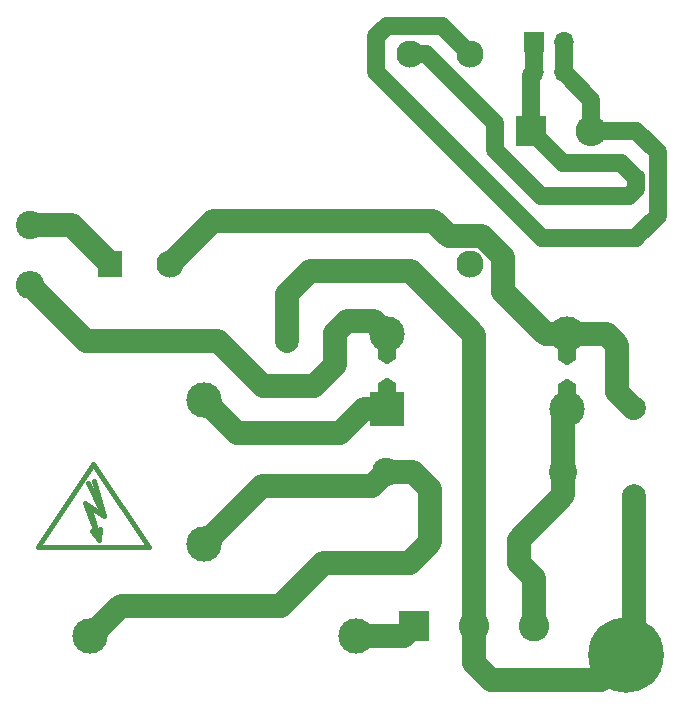
<source format=gbr>
%TF.GenerationSoftware,KiCad,Pcbnew,6.0.4-6f826c9f35~116~ubuntu18.04.1*%
%TF.CreationDate,2022-04-09T00:00:08+02:00*%
%TF.ProjectId,AE01.07.50.100,41453031-2e30-4372-9e35-302e3130302e,V1R0*%
%TF.SameCoordinates,PX9464480PY76a3180*%
%TF.FileFunction,Copper,L2,Bot*%
%TF.FilePolarity,Positive*%
%FSLAX46Y46*%
G04 Gerber Fmt 4.6, Leading zero omitted, Abs format (unit mm)*
G04 Created by KiCad (PCBNEW 6.0.4-6f826c9f35~116~ubuntu18.04.1) date 2022-04-09 00:00:08*
%MOMM*%
%LPD*%
G01*
G04 APERTURE LIST*
G04 Aperture macros list*
%AMFreePoly0*
4,1,6,1.000000,0.000000,0.500000,-0.750000,-0.500000,-0.750000,-0.500000,0.750000,0.500000,0.750000,1.000000,0.000000,1.000000,0.000000,$1*%
G04 Aperture macros list end*
%TA.AperFunction,EtchedComponent*%
%ADD10C,0.381000*%
%TD*%
%TA.AperFunction,ComponentPad*%
%ADD11C,3.000000*%
%TD*%
%TA.AperFunction,ComponentPad*%
%ADD12R,2.600000X2.600000*%
%TD*%
%TA.AperFunction,ComponentPad*%
%ADD13C,2.600000*%
%TD*%
%TA.AperFunction,ComponentPad*%
%ADD14R,3.000000X3.000000*%
%TD*%
%TA.AperFunction,ComponentPad*%
%ADD15C,2.400000*%
%TD*%
%TA.AperFunction,ComponentPad*%
%ADD16C,2.000000*%
%TD*%
%TA.AperFunction,ComponentPad*%
%ADD17R,2.000000X2.300000*%
%TD*%
%TA.AperFunction,ComponentPad*%
%ADD18C,2.300000*%
%TD*%
%TA.AperFunction,ComponentPad*%
%ADD19R,1.700000X1.700000*%
%TD*%
%TA.AperFunction,ComponentPad*%
%ADD20O,1.700000X1.700000*%
%TD*%
%TA.AperFunction,ComponentPad*%
%ADD21R,1.600000X1.600000*%
%TD*%
%TA.AperFunction,ComponentPad*%
%ADD22C,1.600000*%
%TD*%
%TA.AperFunction,ComponentPad*%
%ADD23C,1.800000*%
%TD*%
%TA.AperFunction,ComponentPad*%
%ADD24O,2.400000X2.400000*%
%TD*%
%TA.AperFunction,ComponentPad*%
%ADD25C,0.800000*%
%TD*%
%TA.AperFunction,ComponentPad*%
%ADD26C,6.400000*%
%TD*%
%TA.AperFunction,ComponentPad*%
%ADD27O,2.600000X2.600000*%
%TD*%
%TA.AperFunction,SMDPad,CuDef*%
%ADD28FreePoly0,90.000000*%
%TD*%
%TA.AperFunction,SMDPad,CuDef*%
%ADD29FreePoly0,270.000000*%
%TD*%
%TA.AperFunction,Conductor*%
%ADD30C,2.000000*%
%TD*%
%TA.AperFunction,Conductor*%
%ADD31C,1.500000*%
%TD*%
G04 APERTURE END LIST*
D10*
%TO.C,LOGO5*%
X10399000Y9206000D02*
X5700000Y16191000D01*
X1001000Y9206000D02*
X10399000Y9206000D01*
X6599160Y11799340D02*
X5298680Y14600960D01*
X6197840Y9800360D02*
X5598400Y10498860D01*
X4998960Y12899160D02*
X5598400Y12500380D01*
X6599160Y11799340D02*
X5400280Y12599440D01*
X5700000Y16191000D02*
X1001000Y9206000D01*
X5400280Y12599440D02*
X6197840Y9800360D01*
X6197840Y9800360D02*
X4998960Y12899160D01*
X6197840Y9800360D02*
X6299440Y10699520D01*
X5799060Y14799080D02*
X6599160Y11799340D01*
%TD*%
D11*
%TO.P,L1,1,1*%
%TO.N,/FUSE*%
X15100000Y9400000D03*
%TO.P,L1,2,2*%
%TO.N,/IND*%
X15100000Y21600000D03*
%TD*%
D12*
%TO.P,CONN1,1,Pin_1*%
%TO.N,/LINE*%
X32900000Y2495000D03*
D13*
%TO.P,CONN1,2,Pin_2*%
%TO.N,GNDPWR*%
X37980000Y2495000D03*
%TO.P,CONN1,3,Pin_3*%
%TO.N,/NEUTRAL*%
X43060000Y2495000D03*
%TD*%
D14*
%TO.P,L2,1,1*%
%TO.N,/IND*%
X30580000Y20825000D03*
D11*
%TO.P,L2,2,2*%
%TO.N,/NEUTRAL*%
X45820000Y20825000D03*
%TO.P,L2,3,3*%
%TO.N,/CHOKE_N*%
X45820000Y27175000D03*
%TO.P,L2,4,4*%
%TO.N,/CHOKE_L*%
X30580000Y27175000D03*
%TD*%
D15*
%TO.P,C1,1*%
%TO.N,/FUSE*%
X30500000Y15500000D03*
%TO.P,C1,2*%
%TO.N,/NEUTRAL*%
X45500000Y15500000D03*
%TD*%
D16*
%TO.P,C3,1*%
%TO.N,GNDPWR*%
X51500000Y13450000D03*
%TO.P,C3,2*%
%TO.N,/CHOKE_N*%
X51500000Y20950000D03*
%TD*%
D17*
%TO.P,PS1,1,AC/L*%
%TO.N,/CHOKE_R*%
X7150000Y33150000D03*
D18*
%TO.P,PS1,3,AC/N*%
%TO.N,/CHOKE_N*%
X12230000Y33150000D03*
%TO.P,PS1,5,NC*%
%TO.N,unconnected-(PS1-Pad5)*%
X37630000Y33150000D03*
%TO.P,PS1,14,-Vo*%
%TO.N,GND*%
X37630000Y50930000D03*
%TO.P,PS1,16,+Vo*%
%TO.N,+24V*%
X32550000Y50930000D03*
%TD*%
D16*
%TO.P,C2,1*%
%TO.N,/CHOKE_L*%
X14650000Y26600000D03*
%TO.P,C2,2*%
%TO.N,GNDPWR*%
X22150000Y26600000D03*
%TD*%
D19*
%TO.P,CONN2,1,Pin_1*%
%TO.N,+24V*%
X43000000Y51900000D03*
D20*
%TO.P,CONN2,2,Pin_2*%
X43000000Y49360000D03*
%TO.P,CONN2,3,Pin_3*%
%TO.N,GND*%
X45540000Y51900000D03*
%TO.P,CONN2,4,Pin_4*%
X45540000Y49360000D03*
%TD*%
D21*
%TO.P,C5,1*%
%TO.N,+24V*%
X45500000Y38852651D03*
D22*
%TO.P,C5,2*%
%TO.N,GND*%
X45500000Y35352651D03*
%TD*%
D11*
%TO.P,F1,1*%
%TO.N,/LINE*%
X27950000Y1600000D03*
%TO.P,F1,2*%
%TO.N,/FUSE*%
X5450000Y1600000D03*
%TD*%
D23*
%TO.P,RV1,1*%
%TO.N,/FUSE*%
X34250000Y11200000D03*
%TO.P,RV1,2*%
%TO.N,/NEUTRAL*%
X41750000Y9800000D03*
%TD*%
D15*
%TO.P,R1,1*%
%TO.N,/CHOKE_R*%
X400000Y36390000D03*
D24*
%TO.P,R1,2*%
%TO.N,/CHOKE_L*%
X400000Y31310000D03*
%TD*%
D22*
%TO.P,C4,1*%
%TO.N,+24V*%
X51700000Y40400000D03*
%TO.P,C4,2*%
%TO.N,GND*%
X51700000Y35400000D03*
%TD*%
D25*
%TO.P,H4,1,1*%
%TO.N,GNDPWR*%
X49102944Y-1697056D03*
X49102944Y1697056D03*
X52497056Y-1697056D03*
X50800000Y2400000D03*
X48400000Y0D03*
D26*
X50800000Y0D03*
D25*
X50800000Y-2400000D03*
X52497056Y1697056D03*
X53200000Y0D03*
%TD*%
D12*
%TO.P,TVS1,1,A1*%
%TO.N,+24V*%
X42805000Y44400000D03*
D27*
%TO.P,TVS1,2,A2*%
%TO.N,GND*%
X47885000Y44400000D03*
%TD*%
D28*
%TO.P,E2,1*%
%TO.N,/NEUTRAL*%
X45800000Y22476000D03*
D29*
%TO.P,E2,2*%
%TO.N,/CHOKE_N*%
X45800000Y25524000D03*
%TD*%
D28*
%TO.P,E1,1*%
%TO.N,/IND*%
X30600000Y22576000D03*
D29*
%TO.P,E1,2*%
%TO.N,/CHOKE_L*%
X30600000Y25624000D03*
%TD*%
D30*
%TO.N,/FUSE*%
X34250000Y9550000D02*
X32500000Y7800000D01*
X32500000Y7800000D02*
X25200000Y7800000D01*
X30500000Y15500000D02*
X29300000Y14300000D01*
X29300000Y14300000D02*
X20000000Y14300000D01*
X8049521Y4199521D02*
X5450000Y1600000D01*
X34250000Y14050000D02*
X32800000Y15500000D01*
X32800000Y15500000D02*
X30500000Y15500000D01*
X25200000Y7800000D02*
X21599521Y4199521D01*
X34250000Y11200000D02*
X34250000Y9550000D01*
X34250000Y11200000D02*
X34250000Y14050000D01*
X20000000Y14300000D02*
X15100000Y9400000D01*
X21599521Y4199521D02*
X8049521Y4199521D01*
%TO.N,/NEUTRAL*%
X45500000Y20505000D02*
X45820000Y20825000D01*
X45500000Y13550000D02*
X45500000Y15500000D01*
X41750000Y9800000D02*
X45500000Y13550000D01*
X45500000Y15500000D02*
X45500000Y20505000D01*
X41750000Y7850000D02*
X41750000Y9800000D01*
X43060000Y6540000D02*
X41750000Y7850000D01*
X43060000Y2300000D02*
X43060000Y6540000D01*
%TO.N,/LINE*%
X32005000Y1600000D02*
X32900000Y2495000D01*
X27950000Y1600000D02*
X32005000Y1600000D01*
%TO.N,/IND*%
X17900000Y18800000D02*
X15100000Y21600000D01*
X28625000Y20825000D02*
X26600000Y18800000D01*
X30580000Y20825000D02*
X28625000Y20825000D01*
X26600000Y18800000D02*
X17900000Y18800000D01*
%TO.N,/CHOKE_R*%
X3910000Y36390000D02*
X7150000Y33150000D01*
X400000Y36390000D02*
X3910000Y36390000D01*
%TO.N,/CHOKE_N*%
X38603200Y35499511D02*
X40401356Y33701355D01*
X49225000Y27175000D02*
X45820000Y27175000D01*
X44025000Y27175000D02*
X45820000Y27175000D01*
X34500000Y36800000D02*
X35800489Y35499511D01*
X51500000Y20950000D02*
X51450000Y20950000D01*
X51450000Y20950000D02*
X50100000Y22300000D01*
X15880000Y36800000D02*
X34500000Y36800000D01*
X12230000Y33150000D02*
X15880000Y36800000D01*
X50100000Y22300000D02*
X50100000Y26300000D01*
X50100000Y26300000D02*
X49225000Y27175000D01*
X40401356Y33701355D02*
X40401356Y30798644D01*
X40401356Y30798644D02*
X44025000Y27175000D01*
X35800489Y35499511D02*
X38603200Y35499511D01*
D31*
%TO.N,GND*%
X43747349Y35352651D02*
X45500000Y35352651D01*
X35260000Y53300000D02*
X30600000Y53300000D01*
X29700000Y49400000D02*
X43747349Y35352651D01*
X37630000Y50930000D02*
X35260000Y53300000D01*
X53500000Y42600000D02*
X51700000Y44400000D01*
X53500000Y37200000D02*
X53500000Y42600000D01*
X51700000Y35400000D02*
X53500000Y37200000D01*
X51652651Y35352651D02*
X51700000Y35400000D01*
X29700000Y52400000D02*
X29700000Y49400000D01*
X45500000Y35352651D02*
X51652651Y35352651D01*
X51700000Y44400000D02*
X47885000Y44400000D01*
X30600000Y53300000D02*
X29700000Y52400000D01*
X45540000Y49360000D02*
X45540000Y51900000D01*
X47885000Y44400000D02*
X47885000Y47055000D01*
X47885000Y47055000D02*
X45590000Y49350000D01*
D30*
%TO.N,GNDPWR*%
X24100000Y32500000D02*
X22150000Y30550000D01*
X48700000Y-2100000D02*
X50800000Y0D01*
X22150000Y30550000D02*
X22150000Y26600000D01*
X37980000Y2495000D02*
X37980000Y-680000D01*
X51500000Y700000D02*
X50800000Y0D01*
X39400000Y-2100000D02*
X48700000Y-2100000D01*
X32600000Y32500000D02*
X24100000Y32500000D01*
X51500000Y13450000D02*
X51500000Y700000D01*
X37980000Y27120000D02*
X32600000Y32500000D01*
X37980000Y-680000D02*
X39400000Y-2100000D01*
X37980000Y2495000D02*
X37980000Y27120000D01*
%TO.N,/CHOKE_L*%
X30580000Y27220000D02*
X29500000Y28300000D01*
X27200000Y28300000D02*
X26200000Y27300000D01*
X5110000Y26600000D02*
X400000Y31310000D01*
X20100000Y22800000D02*
X16300000Y26600000D01*
X26200000Y27300000D02*
X26200000Y24600000D01*
X26200000Y24600000D02*
X24400000Y22800000D01*
X30580000Y27175000D02*
X30580000Y27220000D01*
X16300000Y26600000D02*
X14650000Y26600000D01*
X14650000Y26600000D02*
X5110000Y26600000D01*
X24400000Y22800000D02*
X20100000Y22800000D01*
X29500000Y28300000D02*
X27200000Y28300000D01*
D31*
%TO.N,+24V*%
X43000000Y49360000D02*
X43000000Y51900000D01*
X45495000Y41700000D02*
X42800000Y44395000D01*
X39700000Y45100000D02*
X39700000Y42800000D01*
X42805000Y44400000D02*
X42805000Y49105000D01*
X50400000Y41700000D02*
X45495000Y41700000D01*
X43647349Y38852651D02*
X45500000Y38852651D01*
X42805000Y49105000D02*
X43050000Y49350000D01*
X33870000Y50930000D02*
X39700000Y45100000D01*
X51700000Y40400000D02*
X50400000Y41700000D01*
X42800000Y44395000D02*
X42805000Y44400000D01*
X32550000Y50930000D02*
X33870000Y50930000D01*
X51052651Y38852651D02*
X51700000Y39500000D01*
X51700000Y39500000D02*
X51700000Y40400000D01*
X39700000Y42800000D02*
X43647349Y38852651D01*
X45500000Y38852651D02*
X51052651Y38852651D01*
%TD*%
M02*

</source>
